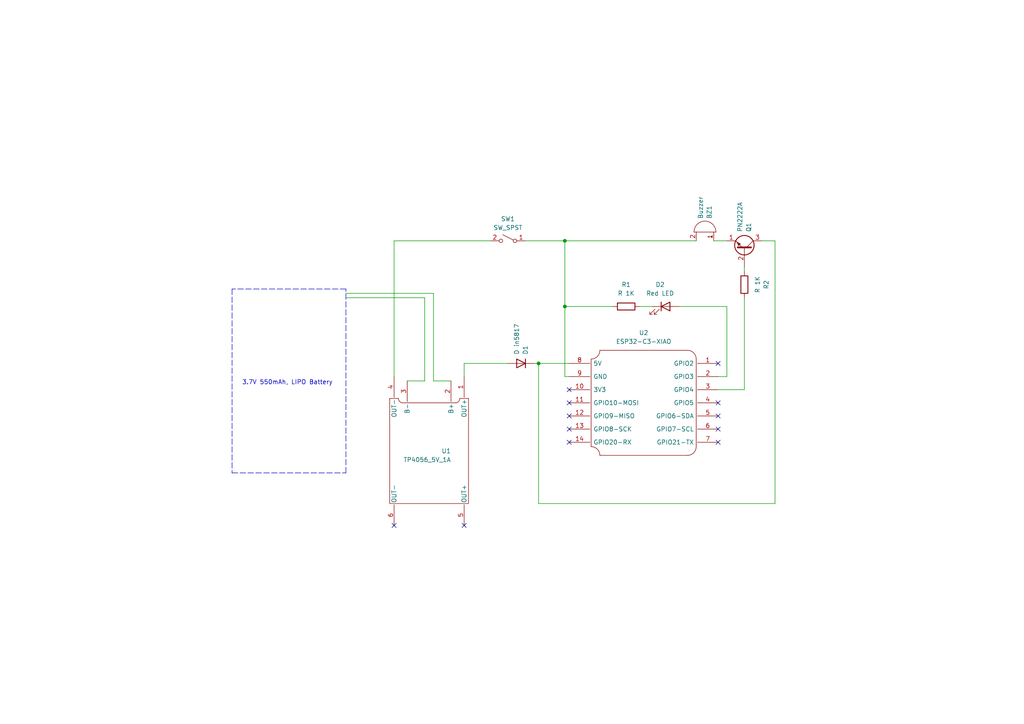
<source format=kicad_sch>
(kicad_sch (version 20211123) (generator eeschema)
  (paper "A4")
  (title_block (title "XIAO-ESP32C3 DistanceTracker, Transmitter"))
  (lib_symbols
    (symbol "Device:Buzzer" (pin_names (offset 0.0254) hide)
      (property "Reference" "BZ" (at 3.81 1.27 0))
      (property "Value" "Buzzer" (at 3.81 -1.27 0))
      (symbol "Buzzer_0_1"
        (arc (start 0 -3.175) (mid 3.175 0) (end 0 3.175))
        (polyline (pts (xy -1.651 1.905) (xy -1.143 1.905)))
        (polyline (pts (xy -1.397 2.159) (xy -1.397 1.651)))
        (polyline (pts (xy 0 3.175) (xy 0 -3.175)))
      )
      (symbol "Buzzer_1_1"
        (pin passive line (at -2.54 2.54 0) (length 2.54) (name "-") (number "1"))
        (pin passive line (at -2.54 -2.54 0) (length 2.54) (name "+") (number "2"))
      )
    )
    (symbol "Device:D" (pin_numbers hide) (pin_names (offset 1.016) hide)
      (property "Reference" "D" (at 0 2.54 0))
      (property "Value" "D" (at 0 -2.54 0))
      (symbol "D_0_1"
        (polyline (pts (xy -1.27 1.27) (xy -1.27 -1.27)) (stroke (width 0.254)))
        (polyline (pts (xy 1.27 0) (xy -1.27 0)))
        (polyline (pts (xy 1.27 1.27) (xy 1.27 -1.27) (xy -1.27 0) (xy 1.27 1.27)) (stroke (width 0.254)))
      )
      (symbol "D_1_1"
        (pin passive line (at -3.81 0 0) (length 2.54) (name "K") (number "1"))
        (pin passive line (at 3.81 0 180) (length 2.54) (name "A") (number "2"))
      )
    )
    (symbol "Device:LED" (pin_numbers hide) (pin_names (offset 1.016) hide)
      (property "Reference" "D" (at 0 2.54 0))
      (property "Value" "LED" (at 0 -2.54 0))
      (symbol "LED_0_1"
        (polyline (pts (xy -1.27 -1.27) (xy -1.27 1.27)) (stroke (width 0.254)))
        (polyline (pts (xy -1.27 0) (xy 1.27 0)))
        (polyline (pts (xy 1.27 -1.27) (xy 1.27 1.27) (xy -1.27 0) (xy 1.27 -1.27)) (stroke (width 0.254)))
        (polyline (pts (xy -3.048 -0.762) (xy -4.572 -2.286) (xy -3.81 -2.286) (xy -4.572 -2.286) (xy -4.572 -1.524)))
        (polyline (pts (xy -1.778 -0.762) (xy -3.302 -2.286) (xy -2.54 -2.286) (xy -3.302 -2.286) (xy -3.302 -1.524)))
      )
      (symbol "LED_1_1"
        (pin passive line (at -3.81 0 0) (length 2.54) (name "K") (number "1"))
        (pin passive line (at 3.81 0 180) (length 2.54) (name "A") (number "2"))
      )
    )
    (symbol "Device:R" (pin_numbers hide) (pin_names (offset 0))
      (property "Reference" "R" (at 2.032 0 90))
      (property "Value" "R" (at 0 0 90))
      (symbol "R_0_1"
        (rectangle (start -1.016 -2.54) (end 1.016 2.54) (stroke (width 0.254)))
      )
      (symbol "R_1_1"
        (pin passive line (at 0 3.81 270) (length 1.27) (name "~") (number "1"))
        (pin passive line (at 0 -3.81 90) (length 1.27) (name "~") (number "2"))
      )
    )
    (symbol "ESP32_Custom:ESP32-C3-XIAO" (pin_names (offset 1))
      (property "Reference" "U" (at 0 0 0))
      (property "Value" "ESP32-C3-XIAO" (at 0 -2.54 0))
      (symbol "ESP32-C3-XIAO_0_1"
        (arc (start -15.2398 -33.0198) (mid -14.4959 -34.8159) (end -12.6998 -35.5598))
        (arc (start -12.7 -5.08) (mid -14.4961 -5.8239) (end -15.24 -7.62))
        (polyline (pts (xy -15.24 -33.02) (xy -15.24 -7.62)))
        (polyline (pts (xy -12.6998 -35.5598) (xy 12.7002 -35.5598)))
        (polyline (pts (xy -12.7 -5.08) (xy 12.7 -5.08)))
        (polyline (pts (xy 15.24 -33.02) (xy 15.24 -7.62)))
        (arc (start 12.7 -5.08) (mid 10.9039 -9.4161) (end 15.24 -7.62))
        (arc (start 15.2402 -33.0198) (mid 10.9041 -31.2237) (end 12.7002 -35.5598))
      )
      (symbol "ESP32-C3-XIAO_1_1"
        (pin bidirectional line (at -21.59 -8.89 0) (length 6) (name "GPIO2") (number "1"))
        (pin bidirectional line (at 21.59 -16.51 180) (length 6) (name "3V3") (number "10"))
        (pin bidirectional line (at 21.59 -20.32 180) (length 6) (name "GPIO10-MOSI") (number "11"))
        (pin bidirectional line (at 21.59 -24.13 180) (length 6) (name "GPIO9-MISO") (number "12"))
        (pin bidirectional line (at 21.59 -27.94 180) (length 6) (name "GPIO8-SCK") (number "13"))
        (pin input line (at 21.59 -31.75 180) (length 6) (name "GPIO20-RX") (number "14"))
        (pin bidirectional line (at -21.59 -12.7 0) (length 6) (name "GPIO3") (number "2"))
        (pin bidirectional line (at -21.59 -16.51 0) (length 6) (name "GPIO4") (number "3"))
        (pin bidirectional line (at -21.59 -20.32 0) (length 6) (name "GPIO5") (number "4"))
        (pin bidirectional line (at -21.59 -24.13 0) (length 6) (name "GPIO6-SDA") (number "5"))
        (pin bidirectional line (at -21.59 -27.94 0) (length 6) (name "GPIO7-SCL") (number "6"))
        (pin output line (at -21.59 -31.75 0) (length 6) (name "GPIO21-TX") (number "7"))
        (pin bidirectional line (at 21.59 -8.89 180) (length 6) (name "5V") (number "8"))
        (pin bidirectional line (at 21.59 -12.7 180) (length 6) (name "GND") (number "9"))
      )
    )
    (symbol "Power_Management_Custom:TP4056_5V_1A" (pin_names (offset 0.504))
      (property "Reference" "U" (at 0 3.81 0))
      (property "Value" "TP4056_5V_1A" (at 0 1.27 0))
      (symbol "TP4056_5V_1A_0_1"
        (arc (start -8.89 -15.24) (mid -8.518 -16.138) (end -7.62 -16.51))
        (polyline (pts (xy -11.43 -15.24) (xy -8.89 -15.24)))
        (polyline (pts (xy -7.62 -16.51) (xy 7.62 -16.51)))
        (polyline (pts (xy 11.43 -15.24) (xy 8.89 -15.24)))
        (polyline (pts (xy 11.43 -15.24) (xy 11.43 -45.72) (xy -11.43 -45.72) (xy -11.43 -15.24)))
        (arc (start 7.62 -16.51) (mid 8.518 -16.138) (end 8.89 -15.24))
      )
      (symbol "TP4056_5V_1A_1_1"
        (pin power_out line (at -10.16 -8.89 270) (length 6) (name "OUT+") (number "1"))
        (pin power_in line (at -6.35 -10.16 270) (length 6) (name "B+") (number "2"))
        (pin power_in line (at 6.35 -10.16 270) (length 6) (name "B-") (number "3"))
        (pin power_out line (at 10.16 -8.89 270) (length 6) (name "OUT-") (number "4"))
        (pin power_out line (at -10.16 -52.07 90) (length 6) (name "OUT+") (number "5"))
        (pin power_out line (at 10.16 -52.07 90) (length 6) (name "OUT-") (number "6"))
      )
    )
    (symbol "Switch:SW_SPST" (pin_names (offset 0) hide)
      (property "Reference" "SW" (at 0 3.175 0))
      (property "Value" "SW_SPST" (at 0 -2.54 0))
      (symbol "SW_SPST_0_0"
        (circle (center -2.032 0) (radius 0.508))
        (polyline (pts (xy -1.524 0.254) (xy 1.524 1.778)))
        (circle (center 2.032 0) (radius 0.508))
      )
      (symbol "SW_SPST_1_1"
        (pin passive line (at -5.08 0 0) (length 2.54) (name "A") (number "1"))
        (pin passive line (at 5.08 0 180) (length 2.54) (name "B") (number "2"))
      )
    )
    (symbol "Transistor_BJT:PN2222A" (pin_names (offset 0) hide)
      (property "Reference" "Q" (at 5.08 1.905 0))
      (property "Value" "PN2222A" (at 5.08 0 0))
      (symbol "PN2222A_0_1"
        (polyline (pts (xy 0 0) (xy 0.635 0)))
        (polyline (pts (xy 2.54 -2.54) (xy 0.635 -0.635)))
        (polyline (pts (xy 2.54 2.54) (xy 0.635 0.635)))
        (polyline (pts (xy 0.635 1.905) (xy 0.635 -1.905) (xy 0.635 -1.905)) (stroke (width 0.508)))
        (polyline (pts (xy 2.413 -2.413) (xy 1.905 -1.905) (xy 1.905 -1.905)))
        (polyline (pts (xy 1.143 -1.651) (xy 1.651 -1.143) (xy 2.159 -2.159) (xy 1.143 -1.651) (xy 1.143 -1.651)) (fill (type outline)))
        (circle (center 1.27 0) (radius 2.8194) (stroke (width 0.254)))
      )
      (symbol "PN2222A_1_1"
        (pin passive line (at 2.54 -5.08 90) (length 2.54) (name "E") (number "1"))
        (pin input line (at -5.08 0 0) (length 5.08) (name "B") (number "2"))
        (pin passive line (at 2.54 5.08 270) (length 2.54) (name "C") (number "3"))
      )
    )
  )
  (junction (at 163.83 69.85))
  (junction (at 156.21 105.41))
  (junction (at 163.83 88.9))
  (no_connect (at 208.28 105.41))
  (no_connect (at 208.28 116.84))
  (no_connect (at 165.1 120.65))
  (no_connect (at 165.1 128.27))
  (no_connect (at 208.28 128.27))
  (no_connect (at 134.62 152.4))
  (no_connect (at 114.3 152.4))
  (no_connect (at 208.28 120.65))
  (no_connect (at 165.1 124.46))
  (no_connect (at 165.1 113.03))
  (no_connect (at 208.28 124.46))
  (no_connect (at 165.1 116.84))
  (wire (pts (xy 125.73 110.49) (xy 125.73 85.09)))
  (wire (pts (xy 201.93 69.85) (xy 163.83 69.85)))
  (wire (pts (xy 123.19 86.36) (xy 100.33 86.36)))
  (wire (pts (xy 156.21 105.41) (xy 154.94 105.41)))
  (wire (pts (xy 210.82 88.9) (xy 196.85 88.9)))
  (wire (pts (xy 125.73 85.09) (xy 100.33 85.09)))
  (wire (pts (xy 123.19 110.49) (xy 123.19 86.36)))
  (wire (pts (xy 177.8 88.9) (xy 163.83 88.9)))
  (polyline (pts (xy 67.31 83.82) (xy 67.31 137.16)))
  (wire (pts (xy 224.79 69.85) (xy 220.98 69.85)))
  (wire (pts (xy 208.28 109.22) (xy 210.82 109.22)))
  (wire (pts (xy 125.73 110.49) (xy 130.81 110.49)))
  (wire (pts (xy 152.4 69.85) (xy 163.83 69.85)))
  (wire (pts (xy 147.32 105.41) (xy 134.62 105.41)))
  (wire (pts (xy 224.79 69.85) (xy 224.79 146.05)))
  (wire (pts (xy 163.83 109.22) (xy 163.83 88.9)))
  (polyline (pts (xy 67.31 137.16) (xy 100.33 137.16)))
  (wire (pts (xy 114.3 69.85) (xy 114.3 109.22)))
  (wire (pts (xy 215.9 78.74) (xy 215.9 77.47)))
  (wire (pts (xy 156.21 146.05) (xy 224.79 146.05)))
  (wire (pts (xy 163.83 69.85) (xy 163.83 88.9)))
  (wire (pts (xy 215.9 113.03) (xy 208.28 113.03)))
  (wire (pts (xy 165.1 105.41) (xy 156.21 105.41)))
  (wire (pts (xy 123.19 110.49) (xy 118.11 110.49)))
  (wire (pts (xy 210.82 109.22) (xy 210.82 88.9)))
  (polyline (pts (xy 100.33 137.16) (xy 100.33 83.82)))
  (wire (pts (xy 189.23 88.9) (xy 185.42 88.9)))
  (wire (pts (xy 142.24 69.85) (xy 114.3 69.85)))
  (wire (pts (xy 210.82 69.85) (xy 207.01 69.85)))
  (wire (pts (xy 156.21 105.41) (xy 156.21 146.05)))
  (wire (pts (xy 134.62 105.41) (xy 134.62 109.22)))
  (wire (pts (xy 215.9 86.36) (xy 215.9 113.03)))
  (polyline (pts (xy 100.33 83.82) (xy 67.31 83.82)))
  (wire (pts (xy 165.1 109.22) (xy 163.83 109.22)))
  (text "3.7V 550mAh, LIPO Battery" (at 96.52 111.76 180) (effects (font (size 1.27 1.27)) (justify right bottom)))
  (symbol (lib_id "Device:D") (at 151.13 105.41 0) (mirror y) (unit 1)
    (property "Reference" "D1" (at 152.4001 102.87 90) (effects (justify left)))
    (property "Value" "D in5817" (at 149.8601 102.87 90) (effects (justify left)))
  )
  (symbol (lib_id "ESP32_Custom:ESP32-C3-XIAO") (at 186.69 96.52 0) (mirror y) (unit 1)
    (property "Reference" "U2" (at 186.69 96.52 0))
    (property "Value" "ESP32-C3-XIAO" (at 186.69 99.06 0))
  )
  (symbol (lib_id "Device:R") (at 181.61 88.9 90) (mirror x) (unit 1)
    (property "Reference" "R1" (at 181.61 82.55 90))
    (property "Value" "R 1K" (at 181.61 85.09 90))
  )
  (symbol (lib_id "Device:LED") (at 193.04 88.9 0) (unit 1)
    (property "Reference" "D2" (at 191.4525 82.55 0))
    (property "Value" "Red LED" (at 191.4525 85.09 0))
  )
  (symbol (lib_id "Switch:SW_SPST") (at 147.32 69.85 0) (mirror y) (unit 1)
    (property "Reference" "SW1" (at 147.32 63.5 0))
    (property "Value" "SW_SPST" (at 147.32 66.04 0))
  )
  (symbol (lib_id "Device:Buzzer") (at 204.47 67.31 270) (mirror x) (unit 1)
    (property "Reference" "BZ1" (at 205.7401 63.5 0) (effects (justify left)))
    (property "Value" "Buzzer" (at 203.2001 63.5 0) (effects (justify left)))
  )
  (symbol (lib_id "Transistor_BJT:PN2222A") (at 215.9 72.39 270) (mirror x) (unit 1)
    (property "Reference" "Q1" (at 217.1701 67.31 0) (effects (justify left)))
    (property "Value" "PN2222A" (at 214.6301 67.31 0) (effects (justify left)))
    (property "Footprint" "Package_TO_SOT_THT:TO-92_Inline" (effects hide))
    (property "Datasheet" "https://www.onsemi.com/pub/Collateral/PN2222-D.PDF" (effects hide))
  )
  (symbol (lib_id "Power_Management_Custom:TP4056_5V_1A") (at 124.46 100.33 0) (mirror y) (unit 1)
    (property "Reference" "U1" (at 130.81 130.81 0) (effects (justify left)))
    (property "Value" "TP4056_5V_1A" (at 130.81 133.35 0) (effects (justify left)))
  )
  (symbol (lib_id "Device:R") (at 215.9 82.55 0) (mirror y) (unit 1)
    (property "Reference" "R2" (at 222.25 82.55 90))
    (property "Value" "R 1K" (at 219.71 82.55 90))
  )
)
</source>
